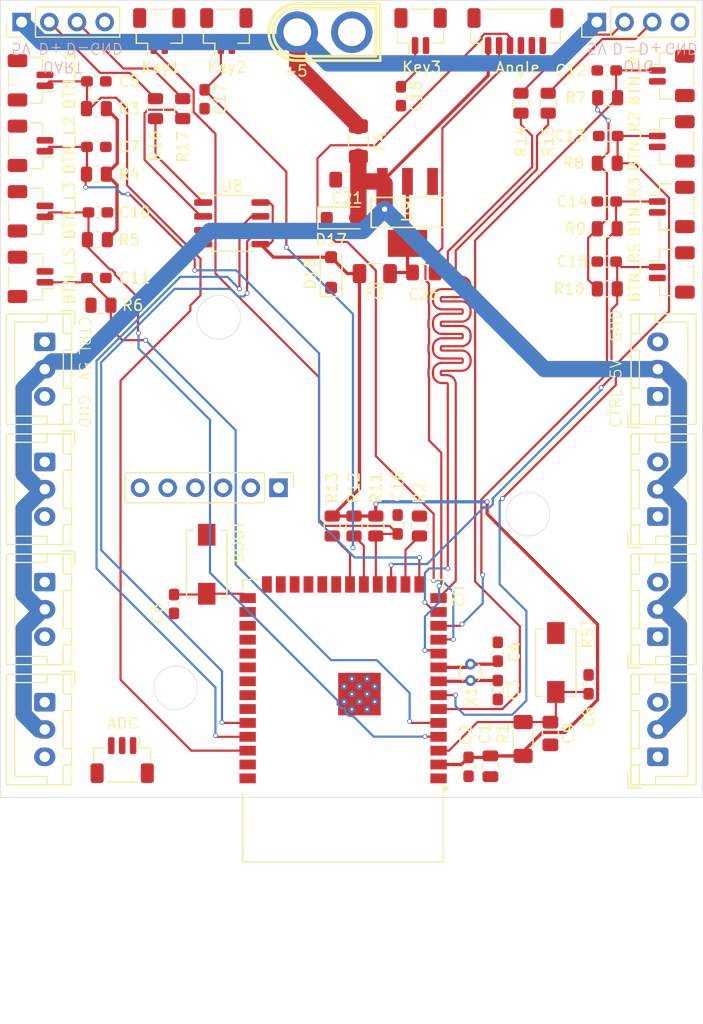
<source format=kicad_pcb>
(kicad_pcb (version 20241229) (generator "pcbnew") (generator_version "9.0")
  (layers (0 "F.Cu" signal) (2 "B.Cu" signal) (13 "F.Paste" user) (15 "B.Paste" user) (5 "F.SilkS" user "F.Silkscreen") (7 "B.SilkS" user "B.Silkscreen") (1 "F.Mask" user) (3 "B.Mask" user) (25 "Edge.Cuts" user))
  (net 0 "")
  (net 1 "GND")
  (net 2 "+3V3")
  (net 3 "Net-(U2-IO15)")
  (net 4 "Net-(U2-IO16)")
  (net 5 "/BTN_L1")
  (net 6 "/Boot")
  (net 7 "/BTN_L2")
  (net 8 "Net-(R1--)")
  (net 9 "/BTN_L3")
  (net 10 "/BTN_Lside")
  (net 11 "/BTN_R1")
  (net 12 "/BTN_R2")
  (net 13 "/BTN_R3")
  (net 14 "/BTN_Rside")
  (net 15 "/Key_1")
  (net 16 "/Key_2")
  (net 17 "/Key_3")
  (net 18 "+5V")
  (net 19 "Net-(U9-TAB)")
  (net 20 "/+5V_Source")
  (net 21 "/RGB_CTRL_1")
  (net 22 "/RGB_CTRL_2")
  (net 23 "/RGB_CTRL_3")
  (net 24 "/RGB_CTRL_4")
  (net 25 "/RGB_CTRL_5")
  (net 26 "/RGB_CTRL_6")
  (net 27 "/RGB_CTRL_7")
  (net 28 "/RGB_CTRL_8")
  (net 29 "Net-(J20-Pin_2)")
  (net 30 "Net-(J20-Pin_3)")
  (net 31 "Net-(J21-Pin_3)")
  (net 32 "Net-(J21-Pin_2)")
  (net 34 "/UART1_TX")
  (net 36 "/UART1_RX")
  (net 37 "/ADC")
  (net 38 "/IO13")
  (net 39 "/IO21")
  (net 40 "/IO37")
  (net 41 "/IO36")
  (net 42 "/IO14")
  (net 43 "/IO35")
  (net 44 "Net-(R2-+)")
  (net 45 "/USB_D-")
  (net 46 "/USB_D+")
  (net 47 "/D+")
  (net 48 "/D-")
  (net 49 "/UART_TX")
  (net 50 "/UART_RX")
  (footprint "Connector_JST:JST_SH_BM02B-SRSS-TB_1x02-1MP_P1.00mm_Vertical" (layer "F.Cu") (at 110.55 75.9 90)
    (property "Reference" "BTN_L1")
    (property "Value" "Conn_01x02" (hide yes))
  )
  (footprint "Capacitor_SMD:C_0603_1608Metric_Pad1.08x0.95mm_HandSolder" (layer "F.Cu") (at 144.2 116.5775 90)
    (property "Reference" "C16")
    (property "Value" "0.1uF" (hide yes))
  )
  (footprint "Connector_JST:JST_XH_B3B-XH-A_1x03_P2.50mm_Vertical" (layer "F.Cu") (at 111.85 121.85 -90)
    (property "Reference" "J3" (hide yes))
    (property "Value" "Conn_01x03" (hide yes))
  )
  (footprint "Capacitor_SMD:C_0805_2012Metric_Pad1.18x1.45mm_HandSolder" (layer "F.Cu") (at 139.5625 85 180)
    (property "Reference" "C21")
    (property "Value" "10uF" (hide yes))
  )
  (footprint "Resistor_SMD:R_0805_2012Metric" (layer "F.Cu") (at 116.5875 78.5 180)
    (property "Reference" "R3")
    (property "Value" "4.7K" (hide yes))
  )
  (footprint "Resistor_SMD:R_0805_2012Metric" (layer "F.Cu") (at 163.4125 83.5)
    (property "Reference" "R8")
    (property "Value" "4.7K" (hide yes))
  )
  (footprint "Resistor_SMD:R_0805_2012Metric" (layer "F.Cu") (at 122 78.5 90)
    (property "Reference" "R16")
    (property "Value" "33Ω" (hide yes))
  )
  (footprint "Capacitor_SMD:C_0603_1608Metric_Pad1.08x0.95mm_HandSolder" (layer "F.Cu") (at 116.5875 76)
    (property "Reference" "C5")
    (property "Value" "0.1uF" (hide yes))
  )
  (footprint "Resistor_SMD:R_0805_2012Metric" (layer "F.Cu") (at 158 78 90)
    (property "Reference" "R15")
    (property "Value" "33Ω" (hide yes))
  )
  (footprint "Connector_JST:JST_XH_B3B-XH-A_1x03_P2.50mm_Vertical" (layer "F.Cu") (at 111.85 110.85 -90)
    (property "Reference" "J2" (hide yes))
    (property "Value" "Conn_01x03" (hide yes))
  )
  (footprint "Capacitor_SMD:C_0805_2012Metric_Pad1.18x1.45mm_HandSolder" (layer "F.Cu") (at 158.2 135.715 -90)
    (property "Reference" "C9")
    (property "Value" "1uF" (hide yes))
  )
  (footprint "Crystal:Crystal_DS10_D1.0mm_L4.3mm_Vertical" (layer "F.Cu") (at 150.88 130.865 90)
    (property "Reference" "X1")
    (property "Value" "32.768KHz" (hide yes))
  )
  (footprint "Capacitor_SMD:C_0805_2012Metric" (layer "F.Cu") (at 152.7 138.715 -90)
    (property "Reference" "C1")
    (property "Value" "22uF" (hide yes))
  )
  (footprint "Connector_PinHeader_2.54mm:PinHeader_1x06_P2.54mm_Vertical" (layer "F.Cu") (at 133.28 113.215 -90)
    (property "Reference" "J24" (hide yes))
    (property "Value" "Conn_01x06_Pin" (hide yes))
  )
  (footprint "Connector_JST:JST_XH_B3B-XH-A_1x03_P2.50mm_Vertical" (layer "F.Cu") (at 168.05 137.85 90)
    (property "Reference" "J8" (hide yes))
    (property "Value" "Conn_01x03" (hide yes))
  )
  (footprint "Capacitor_SMD:C_0603_1608Metric_Pad1.08x0.95mm_HandSolder" (layer "F.Cu") (at 144.5 77.3625 -90)
    (property "Reference" "C18")
    (property "Value" "0.1uF" (hide yes))
  )
  (footprint "Capacitor_SMD:C_0603_1608Metric_Pad1.08x0.95mm_HandSolder" (layer "F.Cu") (at 163.5 81 180)
    (property "Reference" "C13")
    (property "Value" "0.1uF" (hide yes))
  )
  (footprint "Resistor_SMD:R_0805_2012Metric" (layer "F.Cu") (at 142.2 116.715 -90)
    (property "Reference" "R11")
    (property "Value" "4.7K" (hide yes))
  )
  (footprint "Connector_JST:JST_SH_BM06B-SRSS-TB_1x06-1MP_P1.00mm_Vertical" (layer "F.Cu") (at 155 71.398)
    (property "Reference" "Angle")
    (property "Value" "Conn_01x06" (hide yes))
  )
  (footprint "Diode_SMD:D_SOD-123F" (layer "F.Cu") (at 138.1 93.5 90)
    (property "Reference" "D18")
    (property "Value" "SMF3.3CA" (hide yes))
  )
  (footprint "Connector_PinHeader_2.54mm:PinHeader_1x04_P2.54mm_Vertical" (layer "F.Cu") (at 109.73 70.568 90)
    (property "Reference" "J21" (hide yes))
    (property "Value" "Conn_01x04" (hide yes))
  )
  (footprint "Resistor_SMD:R_0805_2012Metric" (layer "F.Cu") (at 116.5875 84.5 180)
    (property "Reference" "R4")
    (property "Value" "4.7K" (hide yes))
  )
  (footprint "Connector_JST:JST_XH_B3B-XH-A_1x03_P2.50mm_Vertical" (layer "F.Cu") (at 168.05 104.85 90)
    (property "Reference" "J5" (hide yes))
    (property "Value" "Conn_01x03" (hide yes))
  )
  (footprint "Capacitor_SMD:C_0805_2012Metric_Pad1.18x1.45mm_HandSolder" (layer "F.Cu") (at 146.6 93.5)
    (property "Reference" "C26")
    (property "Value" "10uF" (hide yes))
  )
  (footprint "Resistor_SMD:R_0805_2012Metric" (layer "F.Cu") (at 140.2 116.715 -90)
    (property "Reference" "R12")
    (property "Value" "4.7K" (hide yes))
  )
  (footprint "Button_Switch_SMD:SW_SPST_EVQPE1" (layer "F.Cu") (at 126.7 120.215 -90)
    (property "Reference" "BOOT")
    (property "Value" "SW_DIP_x01" (hide yes))
  )
  (footprint "Connector_JST:JST_SH_BM02B-SRSS-TB_1x02-1MP_P1.00mm_Vertical" (layer "F.Cu") (at 110.55 87.9 90)
    (property "Reference" "BTN_L3")
    (property "Value" "Conn_01x02" (hide yes))
  )
  (footprint "Capacitor_SMD:C_0603_1608Metric_Pad1.08x0.95mm_HandSolder" (layer "F.Cu") (at 163.3625 75 180)
    (property "Reference" "C12")
    (property "Value" "0.1uF" (hide yes))
  )
  (footprint "Capacitor_SMD:C_0603_1608Metric_Pad1.08x0.95mm_HandSolder" (layer "F.Cu") (at 116.5875 94)
    (property "Reference" "C11")
    (property "Value" "0.1uF" (hide yes))
  )
  (footprint "Connector_JST:JST_SH_BM02B-SRSS-TB_1x02-1MP_P1.00mm_Vertical" (layer "F.Cu") (at 169.325 87.5 -90)
    (property "Reference" "BTN_R3")
    (property "Value" "Conn_01x02" (hide yes))
  )
  (footprint "Connector_JST:JST_SH_BM02B-SRSS-TB_1x02-1MP_P1.00mm_Vertical" (layer "F.Cu") (at 169.325 81.5 -90)
    (property "Reference" "BTN_R2")
    (property "Value" "Conn_01x02" (hide yes))
  )
  (footprint "Connector_JST:JST_SH_BM03B-SRSS-TB_1x03-1MP_P1.00mm_Vertical" (layer "F.Cu") (at 118.95 138.15 180)
    (property "Reference" "ADC")
    (property "Value" "Conn_01x03" (hide yes))
  )
  (footprint "Capacitor_SMD:C_0603_1608Metric_Pad1.08x0.95mm_HandSolder" (layer "F.Cu") (at 153.38 131.7275 -90)
    (property "Reference" "C3")
    (property "Value" "12pF" (hide yes))
  )
  (footprint "Diode_SMD:D_SOD-123F" (layer "F.Cu") (at 139.1 88.5)
    (property "Reference" "D17")
    (property "Value" "SMF5.0CA" (hide yes))
  )
  (footprint "Capacitor_SMD:C_0603_1608Metric_Pad1.08x0.95mm_HandSolder" (layer "F.Cu") (at 126.5 77.6375 -90)
    (property "Reference" "C17")
    (property "Value" "0.1uF" (hide yes))
  )
  (footprint "Capacitor_SMD:C_0603_1608Metric_Pad1.08x0.95mm_HandSolder" (layer "F.Cu") (at 116.725 88)
    (property "Reference" "C10")
    (property "Value" "0.1uF" (hide yes))
  )
  (footprint "Resistor_SMD:R_0805_2012Metric" (layer "F.Cu") (at 163.4125 89.5)
    (property "Reference" "R9")
    (property "Value" "4.7K" (hide yes))
  )
  (footprint "Resistor_SMD:R_0805_2012Metric" (layer "F.Cu") (at 155.5 78 90)
    (property "Reference" "R14")
    (property "Value" "33Ω" (hide yes))
  )
  (footprint "Capacitor_SMD:C_0603_1608Metric_Pad1.08x0.95mm_HandSolder" (layer "F.Cu") (at 163.3625 87 180)
    (property "Reference" "C14")
    (property "Value" "0.1uF" (hide yes))
  )
  (footprint "Connector_PinHeader_2.54mm:PinHeader_1x04_P2.54mm_Vertical" (layer "F.Cu") (at 162.46 70.568 90)
    (property "Reference" "J20" (hide yes))
    (property "Value" "Conn_01x04" (hide yes))
  )
  (footprint "Resistor_SMD:R_0805_2012Metric" (layer "F.Cu") (at 138.2 116.715 -90)
    (property "Reference" "R13")
    (property "Value" "4.7K" (hide yes))
  )
  (footprint "motor_my:SOT-223-4_L6.5-W3.5-P2.30-LS7.0-BR" (layer "F.Cu") (at 145.1 88 90)
    (property "Reference" "U9")
    (property "Value" "AMS1117-3.3" (hide yes))
  )
  (footprint "Resistor_SMD:R_0805_2012Metric" (layer "F.Cu") (at 116.675 90.5 180)
    (property "Reference" "R5")
    (property "Value" "4.7K" (hide yes))
  )
  (footprint "Connector_JST:JST_SH_BM02B-SRSS-TB_1x02-1MP_P1.00mm_Vertical" (layer "F.Cu") (at 110.55 81.9 90)
    (property "Reference" "BTN_L2")
    (property "Value" "Conn_01x02" (hide yes))
  )
  (footprint "Capacitor_SMD:C_0603_1608Metric_Pad1.08x0.95mm_HandSolder" (layer "F.Cu") (at 163.3625 92.5 180)
    (property "Reference" "C15")
    (property "Value" "0.1uF" (hide yes))
  )
  (footprint "Resistor_SMD:R_0805_2012Metric" (layer "F.Cu") (at 146.2 116.715 90)
    (property "Reference" "R2")
    (property "Value" "4.7K" (hide yes))
  )
  (footprint "Capacitor_SMD:C_0603_1608Metric_Pad1.08x0.95mm_HandSolder" (layer "F.Cu") (at 153.38 128.2275 90)
    (property "Reference" "C4")
    (property "Value" "12pF" (hide yes))
  )
  (footprint "Fuse:Fuse_1206_3216Metric" (layer "F.Cu") (at 140.6 81.5 90)
    (property "Reference" "F4")
    (property "Value" "Fuse" (hide yes))
  )
  (footprint "Resistor_SMD:R_0805_2012Metric" (layer "F.Cu") (at 117 96.5)
    (property "Reference" "R6")
    (property "Value" "4.7K" (hide yes))
  )
  (footprint "Connector_JST:JST_SH_BM02B-SRSS-TB_1x02-1MP_P1.00mm_Vertical" (layer "F.Cu") (at 146.3 71.398)
    (property "Reference" "Key3")
    (property "Value" "Conn_01x02" (hide yes))
  )
  (footprint "Resistor_SMD:R_0805_2012Metric" (layer "F.Cu") (at 163.45 77.5)
    (property "Reference" "R7")
    (property "Value" "4.7K" (hide yes))
  )
  (footprint "Connector_JST:JST_SH_BM02B-SRSS-TB_1x02-1MP_P1.00mm_Vertical" (layer "F.Cu") (at 169.325 75.5 -90)
    (property "Reference" "BTN_R1")
    (property "Value" "Conn_01x02" (hide yes))
  )
  (footprint "Capacitor_SMD:C_0603_1608Metric_Pad1.08x0.95mm_HandSolder" (layer "F.Cu") (at 123.7 123.8525 -90)
    (property "Reference" "C6")
    (property "Value" "0.1uF" (hide yes))
  )
  (footprint "Capacitor_SMD:C_0603_1608Metric_Pad1.08x0.95mm_HandSolder" (layer "F.Cu") (at 116.5875 82)
    (property "Reference" "C7")
    (property "Value" "0.1uF" (hide yes))
  )
  (footprint "Fuse:Fuse_1206_3216Metric" (layer "F.Cu") (at 142.1 93.6 180)
    (property "Reference" "F3")
    (property "Value" "Fuse" (hide yes))
  )
  (footprint "Connector_JST:JST_XH_B3B-XH-A_1x03_P2.50mm_Vertical" (layer "F.Cu") (at 168.05 126.85 90)
    (property "Reference" "J7" (hide yes))
    (property "Value" "Conn_01x03" (hide yes))
  )
  (footprint "Connector_JST:JST_SH_BM02B-SRSS-TB_1x02-1MP_P1.00mm_Vertical" (layer "F.Cu") (at 169.325 93.5 -90)
    (property "Reference" "BTN_RS")
    (property "Value" "Conn_01x02" (hide yes))
  )
  (footprint "Connector_JST:JST_XH_B3B-XH-A_1x03_P2.50mm_Vertical" (layer "F.Cu") (at 111.85 132.85 -90)
    (property "Reference" "J4" (hide yes))
    (property "Value" "Conn_01x03" (hide yes))
  )
  (footprint "Connector_JST:JST_XH_B3B-XH-A_1x03_P2.50mm_Vertical" (layer "F.Cu") (at 111.85 99.85 -90)
    (property "Reference" "J1" (hide yes))
    (property "Value" "Conn_01x03" (hide yes))
  )
  (footprint "Connector_JST:JST_SH_BM02B-SRSS-TB_1x02-1MP_P1.00mm_Vertical" (layer "F.Cu") (at 122.35 71.398)
    (property "Reference" "Key1")
    (property "Value" "Conn_01x02" (hide yes))
  )
  (footprint "RF_Module:ESP32-S3-WROOM-1" (layer "F.Cu") (at 139.2 134.565 180)
    (property "Reference" "U2")
    (property "Value" "ESP32-S3-WROOM-1" (hide yes))
  )
  (footprint "Resistor_SMD:R_0805_2012Metric" (layer "F.Cu") (at 163.4125 95)
    (property "Reference" "R10")
    (property "Value" "4.7K" (hide yes))
  )
  (footprint "Capacitor_SMD:C_0603_1608Metric_Pad1.08x0.95mm_HandSolder" (layer "F.Cu") (at 150.7 138.765 -90)
    (property "Reference" "C2")
    (property "Value" "0.1uF" (hide yes))
  )
  (footprint "Resistor_SMD:R_0805_2012Metric" (layer "F.Cu") (at 124.5 78.5 90)
    (property "Reference" "R17")
    (property "Value" "33Ω" (hide yes))
  )
  (footprint "Button_Switch_SMD:SW_SPST_EVQPE1" (layer "F.Cu") (at 158.7 129.215 -90)
    (property "Reference" "RST")
    (property "Value" "SW_DIP_x01" (hide yes))
  )
  (footprint "Package_SO:SOP-8_3.9x4.9mm_P1.27mm" (layer "F.Cu") (at 129 89)
    (property "Reference" "U8")
    (property "Value" "CH340N")
  )
  (footprint "XT:CONN-TH_XT30U-M" (layer "F.Cu") (at 137.5 71.5 180)
    (property "Reference" "+5")
    (property "Value" "XT30U-F" (hide yes))
  )
  (footprint "Resistor_SMD:R_1206_3216Metric_Pad1.30x1.75mm_HandSolder" (layer "F.Cu") (at 155.7 136.215 90)
    (property "Reference" "R1")
    (property "Value" "10K" (hide yes))
  )
  (footprint "Connector_JST:JST_SH_BM02B-SRSS-TB_1x02-1MP_P1.00mm_Vertical" (layer "F.Cu") (at 128.5 71.398)
    (property "Reference" "Key2")
    (property "Value" "Conn_01x02" (hide yes))
  )
  (footprint "Connector_JST:JST_XH_B3B-XH-A_1x03_P2.50mm_Vertical" (layer "F.Cu") (at 168.05 115.85 90)
    (property "Reference" "J6" (hide yes))
    (property "Value" "Conn_01x03" (hide yes))
  )
  (footprint "Connector_JST:JST_SH_BM02B-SRSS-TB_1x02-1MP_P1.00mm_Vertical" (layer "F.Cu") (at 110.55 93.9 90)
    (property "Reference" "BTN_LS")
    (property "Value" "Conn_01x02" (hide yes))
  )
  (footprint "Capacitor_SMD:C_0603_1608Metric_Pad1.08x0.95mm_HandSolder" (layer "F.Cu") (at 161.7 131.215 90)
    (property "Reference" "C8")
    (property "Value" "0.1uF" (hide yes))
  )
  (gr_circle (center 127.8 97.6) (end 125.8 97.6) (stroke (width 0.05)) (fill no) (layer "Edge.Cuts"))
  (gr_circle (center 156.15 115.625) (end 156.15 113.625) (stroke (width 0.05)) (fill no) (layer "Edge.Cuts"))
  (gr_rect (start 107.8 68.575) (end 172.15 141.575) (stroke (width 0.05)) (fill no) (layer "Edge.Cuts"))
  (gr_circle (center 123.85 131.525) (end 123.85 129.525) (stroke (width 0.05)) (fill no) (layer "Edge.Cuts"))
  (gr_text "CTRL" (at 164.8 107.8 90) (layer "F.SilkS") (effects (font (size 1 1) (thickness 0.1)) (justify left bottom)))
  (gr_text "5V" (at 114.9 101.6 270) (layer "F.SilkS") (effects (font (size 1 1) (thickness 0.1)) (justify left bottom)))
  (gr_text "GND" (at 114.9 104.6 270) (layer "F.SilkS") (effects (font (size 1 1) (thickness 0.1)) (justify left bottom)))
  (gr_text "GND" (at 164.8 100 90) (layer "F.SilkS") (effects (font (size 1 1) (thickness 0.1)) (justify left bottom)))
  (gr_text "CTRL" (at 114.9 97.4 270) (layer "F.SilkS") (effects (font (size 1 1) (thickness 0.1)) (justify left bottom)))
  (gr_text "5V" (at 164.8 103.3 90) (layer "F.SilkS") (effects (font (size 1 1) (thickness 0.1)) (justify left bottom)))
  (gr_text "D+" (at 166.2 72.4 180) (layer "B.SilkS") (effects (font (size 1 1) (thickness 0.1)) (justify left bottom mirror)))
  (gr_text "D-" (at 113.7 72.4 180) (layer "B.SilkS") (effects (font (size 1 1) (thickness 0.1)) (justify left bottom mirror)))
  (gr_text "5V" (at 108.7 72.4 180) (layer "B.SilkS") (effects (font (size 1 1) (thickness 0.1)) (justify left bottom mirror)))
  (gr_text "D-" (at 163.8 72.4 180) (layer "B.SilkS") (effects (font (size 1 1) (thickness 0.1)) (justify left bottom mirror)))
  (gr_text "GND" (at 168.6 72.4 180) (layer "B.SilkS") (effects (font (size 1 1) (thickness 0.1)) (justify left bottom mirror)))
  (gr_text "GND" (at 115.9 72.4 180) (layer "B.SilkS") (effects (font (size 1 1) (thickness 0.1)) (justify left bottom mirror)))
  (gr_text "OTG" (at 164.8 74 180) (layer "B.SilkS") (effects (font (size 1 1) (thickness 0.1)) (justify left bottom mirror)))
  (gr_text "UART" (at 111.6 74.1 180) (layer "B.SilkS") (effects (font (size 1 1) (thickness 0.1)) (justify left bottom mirror)))
  (gr_text "5V" (at 161.5 72.4 180) (layer "B.SilkS") (effects (font (size 1 1) (thickness 0.1)) (justify left bottom mirror)))
  (gr_text "D+" (at 111.2 72.4 180) (layer "B.SilkS") (effects (font (size 1 1) (thickness 0.1)) (justify left bottom mirror)))
  (segment (start 132.449999 87.095) (end 132.751 87.396001) (width 0.2) (layer "F.Cu") (net 2))
  (segment (start 162.526 132.627846) (end 162.526 125.726) (width 0.3) (layer "F.Cu") (net 2))
  (segment (start 162.5 83.5) (end 163.3865 84.3865) (width 0.2) (layer "F.Cu") (net 2))
  (segment (start 118.476 89.6115) (end 117.5875 90.5) (width 0.3) (layer "F.Cu") (net 2))
  (segment (start 162.4375 78.5375) (end 162.4375 77.6) (width 0.2) (layer "F.Cu") (net 2))
  (segment (start 161.6615 94.1615) (end 162.5 95) (width 0.2) (layer "F.Cu") (net 2))
  (segment (start 155.076 118.276) (end 155.051919 118.276) (width 0.3) (layer "F.Cu") (net 2))
  (segment (start 153.499 116.723081) (end 153.499 116.699) (width 0.3) (layer "F.Cu") (net 2))
  (segment (start 155.32013 137.765) (end 157.46913 135.616) (width 0.3) (layer "F.Cu") (net 2))
  (segment (start 140.7 93.6) (end 139.6 93.6) (width 0.3) (layer "F.Cu") (net 2))
  (segment (start 152.4 115.6) (end 152.4 114.5) (width 0.3) (layer "F.Cu") (net 2))
  (segment (start 163.3865 84.3865) (end 163.3865 88.6135) (width 0.2) (layer "F.Cu") (net 2))
  (segment (start 142.2 114.7) (end 142.2 115.8025) (width 0.3) (layer "F.Cu") (net 2))
  (segment (start 138.1 92.1) (end 132.82 92.1) (width 0.3) (layer "F.Cu") (net 2))
  (segment (start 157.46913 135.616) (end 159.537846 135.616) (width 0.3) (layer "F.Cu") (net 2))
  (segment (start 150.0475 138.555) (end 147.95 138.555) (width 0.3) (layer "F.Cu") (net 2))
  (segment (start 118.476 85.476) (end 118.476 89.6115) (width 0.3) (layer "F.Cu") (net 2))
  (segment (start 152.7 137.765) (end 155.7 137.765) (width 0.3) (layer "F.Cu") (net 2))
  (segment (start 162.5 83.5) (end 163.524 82.476) (width 0.2) (layer "F.Cu") (net 2))
  (segment (start 153.499 116.699) (end 152.4 115.6) (width 0.3) (layer "F.Cu") (net 2))
  (segment (start 159.537846 135.616) (end 162.526 132.627846) (width 0.3) (layer "F.Cu") (net 2))
  (segment (start 138.2 115.8025) (end 140.7 113.3025) (width 0.3) (layer "F.Cu") (net 2))
  (segment (start 117.5 84.5) (end 118.476 85.476) (width 0.3) (layer "F.Cu") (net 2))
  (segment (start 142.2 115.8025) (end 140.2 115.8025) (width 0.3) (layer "F.Cu") (net 2))
  (segment (start 150.7 137.9025) (end 150.0475 138.555) (width 0.3) (layer "F.Cu") (net 2))
  (segment (start 132.449999 90.905) (end 131.625 90.905) (width 0.2) (layer "F.Cu") (net 2))
  (segment (start 161.6615 90.3385) (end 161.6615 94.1615) (width 0.2) (layer "F.Cu") (net 2))
  (segment (start 155.051919 118.276) (end 153.499 116.723081) (width 0.3) (layer "F.Cu") (net 2))
  (segment (start 132.751 87.396001) (end 132.751 90.603999) (width 0.2) (layer "F.Cu") (net 2))
  (segment (start 163.524 82.476) (end 163.524 79.624) (width 0.2) (layer "F.Cu") (net 2))
  (segment (start 163.524 79.624) (end 163.5 79.6) (width 0.2) (layer "F.Cu") (net 2))
  (segment (start 140.2 115.8025) (end 138.2 115.8025) (width 0.3) (layer "F.Cu") (net 2))
  (segment (start 152.5625 137.9025) (end 152.7 137.765) (width 0.3) (layer "F.Cu") (net 2))
  (segment (start 162.510018 78.610018) (end 162.4375 78.5375) (width 0.2) (layer "F.Cu") (net 2))
  (segment (start 162.4375 77.6) (end 162.5375 77.5) (width 0.2) (layer "F.Cu") (net 2))
  (segment (start 140.7 113.3025) (end 140.7 93.6) (width 0.3) (layer "F.Cu") (net 2))
  (segment (start 150.7 137.9025) (end 152.5625 137.9025) (width 0.3) (layer "F.Cu") (net 2))
  (segment (start 139.6 93.6) (end 138.1 92.1) (width 0.3) (layer "F.Cu") (net 2))
  (segment (start 132.82 92.1) (end 131.625 90.905) (width 0.3) (layer "F.Cu") (net 2))
  (segment (start 131.625 87.095) (end 132.449999 87.095) (width 0.2) (layer "F.Cu") (net 2))
  (segment (start 152.7 137.765) (end 155.32013 137.765) (width 0.3) (layer "F.Cu") (net 2))
  (segment (start 118.5 83.5) (end 117.5 84.5) (width 0.3) (layer "F.Cu") (net 2))
  (segment (start 132.751 90.603999) (end 132.449999 90.905) (width 0.2) (layer "F.Cu") (net 2))
  (segment (start 117.5 78.5) (end 118.5 79.5) (width 0.3) (layer "F.Cu") (net 2))
  (segment (start 118.5 79.5) (end 118.5 83.5) (width 0.3) (layer "F.Cu") (net 2))
  (segment (start 162.5 89.5) (end 161.6615 90.3385) (width 0.2) (layer "F.Cu") (net 2))
  (segment (start 162.526 125.726) (end 155.076 118.276) (width 0.3) (layer "F.Cu") (net 2))
  (segment (start 163.3865 88.6135) (end 162.5 89.5) (width 0.2) (layer "F.Cu") (net 2))
  (via (at 163.5 79.6) (size 0.45) (drill 0.3) (layers "F.Cu" "B.Cu") (net 2))
  (via (at 162.510018 78.610018) (size 0.45) (drill 0.3) (layers "F.Cu" "B.Cu") (net 2))
  (via (at 142.2 114.7) (size 0.45) (drill 0.3) (layers "F.Cu" "B.Cu") (net 2))
  (via (at 152.4 114.5) (size 0.45) (drill 0.3) (layers "F.Cu" "B.Cu") (net 2))
  (segment (start 142.4 114.5) (end 142.2 114.7) (width 0.3) (layer "B.Cu") (net 2))
  (segment (start 162.510018 78.610018) (end 163.5 79.6) (width 0.2) (layer "B.Cu") (net 2))
  (segment (start 152.4 114.5) (end 142.4 114.5) (width 0.3) (layer "B.Cu") (net 2))
  (segment (start 150.88 130.865) (end 153.38 130.865) (width 0.3) (layer "F.Cu") (net 3))
  (segment (start 150.81 130.935) (end 150.88 130.865) (width 0.3) (layer "F.Cu") (net 3))
  (segment (start 147.95 130.935) (end 150.81 130.935) (width 0.3) (layer "F.Cu") (net 3))
  (segment (start 153.105 129.365) (end 153.38 129.09) (width 0.3) (layer "F.Cu") (net 4))
  (segment (start 150.88 129.365) (end 153.105 129.365) (width 0.3) (layer "F.Cu") (net 4))
  (segment (start 147.95 129.665) (end 150.58 129.665) (width 0.3) (layer "F.Cu") (net 4))
  (segment (start 150.58 129.665) (end 150.88 129.365) (width 0.3) (layer "F.Cu") (net 4))
  (segment (start 119.4 78.5) (end 119.4 85.52163) (width 0.2) (layer "F.Cu") (net 5))
  (segment (start 118.399 77.499) (end 119.4 78.5) (width 0.2) (layer "F.Cu") (net 5))
  (segment (start 115.725 76) (end 115.725 78.45) (width 0.2) (layer "F.Cu") (net 5))
  (segment (start 117.00234 77.499) (end 118.399 77.499) (width 0.2) (layer "F.Cu") (net 5))
  (segment (start 112.275 76) (end 111.875 76.4) (width 0.2) (layer "F.Cu") (net 5))
  (segment (start 126.126 95.59563) (end 125.199 96.52263) (width 0.2) (layer "F.Cu") (net 5))
  (segment (start 115.675 78.5) (end 116.00134 78.5) (width 0.2) (layer "F.Cu") (net 5))
  (segment (start 126.126 92.24763) (end 126.126 95.59563) (width 0.2) (layer "F.Cu") (net 5))
  (segment (start 115.725 78.45) (end 115.675 78.5) (width 0.2) (layer "F.Cu") (net 5))
  (segment (start 118.8 130.8) (end 125.285 137.285) (width 0.2) (layer "F.Cu") (net 5))
  (segment (start 125.285 137.285) (end 130.45 137.285) (width 0.2) (layer "F.Cu") (net 5))
  (segment (start 119.4 85.52163) (end 126.126 92.24763) (width 0.2) (layer "F.Cu") (net 5))
  (segment (start 118.8 103.4) (end 118.8 130.8) (width 0.2) (layer "F.Cu") (net 5))
  (segment (start 115.725 76) (end 112.275 76) (width 0.2) (layer "F.Cu") (net 5))
  (segment (start 116.00134 78.5) (end 117.00234 77.499) (width 0.2) (layer "F.Cu") (net 5))
  (segment (start 125.199 96.52263) (end 125.199 97.001) (width 0.2) (layer "F.Cu") (net 5))
  (segment (start 125.199 97.001) (end 118.8 103.4) (width 0.2) (layer "F.Cu") (net 5))
  (segment (start 130.05 122.915) (end 130.45 123.315) (width 0.2) (layer "F.Cu") (net 6))
  (segment (start 126.625 122.99) (end 126.7 122.915) (width 0.2) (layer "F.Cu") (net 6))
  (segment (start 126.7 122.915) (end 130.05 122.915) (width 0.2) (layer "F.Cu") (net 6))
  (segment (start 123.7 122.99) (end 126.625 122.99) (width 0.2) (layer "F.Cu") (net 6))
  (segment (start 146.185 122.065) (end 146.185 119.615) (width 0.2) (layer "F.Cu") (net 7))
  (segment (start 115.6 85.7) (end 115.6 84.575) (width 0.2) (layer "F.Cu") (net 7))
  (segment (start 115.6 84.575) (end 115.675 84.5) (width 0.2) (layer "F.Cu") (net 7))
  (segment (start 115.675 84.425) (end 115.725 84.375) (width 0.2) (layer "F.Cu") (net 7))
  (segment (start 112.275 82) (end 111.875 82.4) (width 0.2) (layer "F.Cu") (net 7))
  (segment (start 115.725 84.375) (end 115.725 82) (width 0.2) (layer "F.Cu") (net 7))
  (segment (start 115.725 82) (end 112.275 82) (width 0.2) (layer "F.Cu") (net 7))
  (segment (start 115.675 84.5) (end 115.675 84.425) (width 0.2) (layer "F.Cu") (net 7))
  (segment (start 125.6 92.3) (end 125.6 93.3) (width 0.2) (layer "F.Cu") (net 7))
  (segment (start 146.185 119.615) (end 146.2 119.6) (width 0.2) (layer "F.Cu") (net 7))
  (segment (start 119.632047 86.332047) (end 125.6 92.3) (width 0.2) (layer "F.Cu") (net 7))
  (segment (start 119.467953 86.332047) (end 119.632047 86.332047) (width 0.2) (layer "F.Cu") (net 7))
  (via (at 115.6 85.7) (size 0.45) (drill 0.3) (layers "F.Cu" "B.Cu") (net 7))
  (via (at 125.6 93.3) (size 0.45) (drill 0.3) (layers "F.Cu" "B.Cu") (net 7))
  (via (at 119.467953 86.332047) (size 0.45) (drill 0.3) (layers "F.Cu" "B.Cu") (net 7))
  (via (at 146.2 119.6) (size 0.45) (drill 0.3) (layers "F.Cu" "B.Cu") (net 7))
  (segment (start 146.2 119.6) (end 140.256123 119.6) (width 0.2) (layer "B.Cu") (net 7))
  (segment (start 129.4 93.3) (end 125.6 93.3) (width 0.2) (layer "B.Cu") (net 7))
  (segment (start 119.467953 86.332047) (end 118.932047 86.332047) (width 0.2) (layer "B.Cu") (net 7))
  (segment (start 140.256123 119.6) (end 137 116.343877) (width 0.2) (layer "B.Cu") (net 7))
  (segment (start 118.3 85.7) (end 115.6 85.7) (width 0.2) (layer "B.Cu") (net 7))
  (segment (start 137 116.343877) (end 137 100.9) (width 0.2) (layer "B.Cu") (net 7))
  (segment (start 118.932047 86.332047) (end 118.3 85.7) (width 0.2) (layer "B.Cu") (net 7))
  (segment (start 137 100.9) (end 129.4 93.3) (width 0.2) (layer "B.Cu") (net 7))
  (segment (start 157.9225 134.6775) (end 157.91 134.665) (width 0.2) (layer "F.Cu") (net 8))
  (segment (start 158.7 131.915) (end 158.7 134.1775) (width 0.2) (layer "F.Cu") (net 8))
  (segment (start 158.7 134.1775) (end 158.2 134.6775) (width 0.2) (layer "F.Cu") (net 8))
  (segment (start 148.9 137.285) (end 147.95 137.285) (width 0.2) (layer "F.Cu") (net 8))
  (segment (start 161.5375 131.915) (end 161.7 132.0775) (width 0.2) (layer "F.Cu") (net 8))
  (segment (start 158.2 134.6775) (end 157.9225 134.6775) (width 0.2) (layer "F.Cu") (net 8))
  (segment (start 155.7 134.665) (end 151.52 134.665) (width 0.2) (layer "F.Cu") (net 8))
  (segment (start 151.52 134.665) (end 148.9 137.285) (width 0.2) (layer "F.Cu") (net 8))
  (segment (start 157.91 134.665) (end 155.7 134.665) (width 0.2) (layer "F.Cu") (net 8))
  (segment (start 158.7 131.915) (end 161.5375 131.915) (width 0.2) (layer "F.Cu") (net 8))
  (segment (start 117.824 93.224) (end 115.7625 91.1625) (width 0.2) (layer "F.Cu") (net 9))
  (segment (start 115.8625 90.4) (end 115.7625 90.5) (width 0.2) (layer "F.Cu") (net 9))
  (segment (start 117.979634 93.224) (end 117.824 93.224) (width 0.2) (layer "F.Cu") (net 9))
  (segment (start 146.7 136) (end 147.935 136) (width 0.2) (layer "F.Cu") (net 9))
  (segment (start 112.275 88) (end 111.875 88.4) (width 0.2) (layer "F.Cu") (net 9))
  (segment (start 118.2885 93.532866) (end 117.979634 93.224) (width 0.2) (layer "F.Cu") (net 9))
  (segment (start 115.8625 88) (end 115.8625 90.4) (width 0.2) (layer "F.Cu") (net 9))
  (segment (start 120.447951 99.047951) (end 120.4 99) (width 0.2) (layer "F.Cu") (net 9))
  (segment (start 118.2885 93.6885) (end 118.2885 93.532866) (width 0.2) (layer "F.Cu") (net 9))
  (segment (start 120.4 99) (end 120.4 95.8) (width 0.2) (layer "F.Cu") (net 9))
  (segment (start 115.7625 91.1625) (end 115.7625 90.5) (width 0.2) (layer "F.Cu") (net 9))
  (segment (start 115.8625 88) (end 112.275 88) (width 0.2) (layer "F.Cu") (net 9))
  (segment (start 147.935 136) (end 147.95 136.015) (width 0.2) (layer "F.Cu") (net 9))
  (segment (start 120.4 95.8) (end 118.2885 93.6885) (width 0.2) (layer "F.Cu") (net 9))
  (via (at 120.447951 99.047951) (size 0.45) (drill 0.3) (layers "F.Cu" "B.Cu") (net 9))
  (via (at 146.7 136) (size 0.45) (drill 0.3) (layers "F.Cu" "B.Cu") (net 9))
  (segment (start 127 107) (end 127 121) (width 0.2) (layer "B.Cu") (net 9))
  (segment (start 139.399 133.753943) (end 139.751057 134.106) (width 0.2) (layer "B.Cu") (net 9))
  (segment (start 120.447951 100.447951) (end 127 107) (width 0.2) (layer "B.Cu") (net 9))
  (segment (start 120.447951 99.047951) (end 120.447951 100.447951) (width 0.2) (layer "B.Cu") (net 9))
  (segment (start 138.699 132.699) (end 138.699 133.053943) (width 0.2) (layer "B.Cu") (net 9))
  (segment (start 138.699 133.053943) (end 139.051057 133.406) (width 0.2) (layer "B.Cu") (net 9))
  (segment (start 139.399 133.406) (end 139.399 133.753943) (width 0.2) (layer "B.Cu") (net 9))
  (segment (start 127 121) (end 138.699 132.699) (width 0.2) (layer "B.Cu") (net 9))
  (segment (start 139.051057 133.406) (end 139.399 133.406) (width 0.2) (layer "B.Cu") (net 9))
  (segment (start 140.106 134.106) (end 142 136) (width 0.2) (layer "B.Cu") (net 9))
  (segment (start 142 136) (end 146.7 136) (width 0.2) (layer "B.Cu") (net 9))
  (segment (start 139.751057 134.106) (end 140.106 134.106) (width 0.2) (layer "B.Cu") (net 9))
  (segment (start 115.325 94.4) (end 115.725 94) (width 0.2) (layer "F.Cu") (net 10))
  (segment (start 111.875 94.4) (end 115.325 94.4) (width 0.2) (layer "F.Cu") (net 10))
  (segment (start 117.9125 96.5) (end 117.9125 98.656377) (width 0.2) (layer "F.Cu") (net 10))
  (segment (start 115.725 94) (end 117.9125 96.1875) (width 0.2) (layer "F.Cu") (net 10))
  (segment (start 145.445 134.745) (end 147.95 134.745) (width 0.2) (layer "F.Cu") (net 10))
  (segment (start 145.3 134.6) (end 145.445 134.745) (width 0.2) (layer "F.Cu") (net 10))
  (segment (start 118.956123 99.7) (end 121.1 99.7) (width 0.2) (layer "F.Cu") (net 10))
  (segment (start 117.9125 96.1875) (end 117.9125 96.5) (width 0.2) (layer "F.Cu") (net 10))
  (segment (start 117.9125 98.656377) (end 118.956123 99.7) (width 0.2) (layer "F.Cu") (net 10))
  (via (at 145.3 134.6) (size 0.45) (drill 0.3) (layers "F.Cu" "B.Cu") (net 10))
  (via (at 121.1 99.7) (size 0.45) (drill 0.3) (layers "F.Cu" "B.Cu") (net 10))
  (segment (start 145.3 132) (end 145.3 134.6) (width 0.2) (layer "B.Cu") (net 10))
  (segment (start 129.351 107.951) (end 129.351 120.251) (width 0.2) (layer "B.Cu") (net 10))
  (segment (start 129.351 120.251) (end 138.1 129) (width 0.2) (layer "B.Cu") (net 10))
  (segment (start 121.1 99.7) (end 129.351 107.951) (width 0.2) (layer "B.Cu") (net 10))
  (segment (start 142.3 129) (end 145.3 132) (width 0.2) (layer "B.Cu") (net 10))
  (segment (start 138.1 129) (end 142.3 129) (width 0.2) (layer "B.Cu") (net 10))
  (segment (start 164.3625 77.5) (end 151.3 90.5625) (width 0.2) (layer "F.Cu") (net 11))
  (segment (start 151.3 121.8) (end 155.4 125.9) (width 0.2) (layer "F.Cu") (net 11))
  (segment (start 164.225 75) (end 164.225 77.3625) (width 0.2) (layer "F.Cu") (net 11))
  (segment (start 155.4 131.875634) (end 153.800634 133.475) (width 0.2) (layer "F.Cu") (net 11))
  (segment (start 153.800634 133.475) (end 147.95 133.475) (width 0.2) (layer "F.Cu") (net 11))
  (segment (start 151.3 90.5625) (end 151.3 121.8) (width 0.2) (layer "F.Cu") (net 11))
  (segment (start 164.225 75) (end 168 75) (width 0.2) (layer "F.Cu") (net 11))
  (segment (start 164.225 77.3625) (end 164.3625 77.5) (width 0.2) (layer "F.Cu") (net 11))
  (segment (start 155.4 125.9) (end 155.4 131.875634) (width 0.2) (layer "F.Cu") (net 11))
  (segment (start 164.201 103.799) (end 153.8 114.2) (width 0.2) (layer "F.Cu") (net 12))
  (segment (start 169.076 97.07124) (end 164.201 101.94624) (width 0.2) (layer "F.Cu") (net 12))
  (segment (start 168 81) (end 164.3625 81) (width 0.2) (layer "F.Cu") (net 12))
  (segment (start 149.5 132.2) (end 147.955 132.2) (width 0.2) (layer "F.Cu") (net 12))
  (segment (start 164.325 83.5) (end 165.916968 83.5) (width 0.2) (layer "F.Cu") (net 12))
  (segment (start 169.076 86.659032) (end 169.076 97.07124) (width 0.2) (layer "F.Cu") (net 12))
  (segment (start 164.3625 83.4625) (end 164.325 83.5) (width 0.2) (layer "F.Cu") (net 12))
  (segment (start 164.201 101.94624) (end 164.201 103.799) (width 0.2) (layer "F.Cu") (net 12))
  (segment (start 164.3625 81) (end 164.3625 83.4625) (width 0.2) (layer "F.Cu") (net 12))
  (segment (start 147.955 132.2) (end 147.95 132.205) (width 0.2) (layer "F.Cu") (net 12))
  (segment (start 165.916968 83.5) (end 169.076 86.659032) (width 0.2) (layer "F.Cu") (net 12))
  (via (at 149.5 132.2) (size 0.45) (drill 0.3) (layers "F.Cu" "B.Cu") (net 12))
  (via (at 153.8 114.2) (size 0.45) (drill 0.3) (layers "F.Cu" "B.Cu") (net 12))
  (segment (start 154.7 134) (end 150.3 134) (width 0.2) (layer "B.Cu") (net 12))
  (segment (start 156 124.5) (end 156 132.7) (width 0.2) (layer "B.Cu") (net 12))
  (segment (start 150.3 134) (end 149.5 133.2) (width 0.2) (layer "B.Cu") (net 12))
  (segment (start 153.549 114.451) (end 153.549 122.049) (width 0.2) (layer "B.Cu") (net 12))
  (segment (start 149.5 133.2) (end 149.5 132.2) (width 0.2) (layer "B.Cu") (net 12))
  (segment (start 156 132.7) (end 155.3 133.4) (width 0.2) (layer "B.Cu") (net 12))
  (segment (start 153.8 114.2) (end 153.549 114.451) (width 0.2) (layer "B.Cu") (net 12))
  (segment (start 153.549 122.049) (end 156 124.5) (width 0.2) (layer "B.Cu") (net 12))
  (segment (start 155.3 133.4) (end 154.7 134) (width 0.2) (layer "B.Cu") (net 12))
  (segment (start 163.3865 102.769623) (end 151.874 114.282123) (width 0.2) (layer "F.Cu") (net 13))
  (segment (start 149.945 125.855) (end 147.95 125.855) (width 0.2) (layer "F.Cu") (net 13))
  (segment (start 164.325 89.5) (end 163.3865 90.4385) (width 0.2) (layer "F.Cu") (net 13))
  (segment (start 151.874 121.074) (end 152 121.2) (width 0.2) (layer "F.Cu") (net 13))
  (segment (start 164.225 89.4) (end 164.325 89.5) (width 0.2) (layer "F.Cu") (net 13))
  (segment (start 163.3865 90.4385) (end 163.3865 102.769623) (width 0.2) (layer "F.Cu") (net 13))
  (segment (start 168 87) (end 164.225 87) (width 0.2) (layer "F.Cu") (net 13))
  (segment (start 164.225 87) (end 164.225 89.4) (width 0.2) (layer "F.Cu") (net 13))
  (segment (start 150.1 125.7) (end 149.945 125.855) (width 0.2) (layer "F.Cu") (net 13))
  (segment (start 151.874 114.282123) (end 151.874 121.074) (width 0.2) (layer "F.Cu") (net 13))
  (via (at 150.1 125.7) (size 0.45) (drill 0.3) (layers "F.Cu" "B.Cu") (net 13))
  (via (at 152 121.2) (size 0.45) (drill 0.3) (layers "F.Cu" "B.Cu") (net 13))
  (segment (start 152 123.8) (end 150.1 125.7) (width 0.2) (layer "B.Cu") (net 13))
  (segment (start 152 121.2) (end 152 123.8) (width 0.2) (layer "B.Cu") (net 13))
  (segment (start 164.325 96.375) (end 164.325 95) (width 0.2) (layer "F.Cu") (net 14))
  (segment (start 163.8 103.098586) (end 163.8 96.9) (width 0.2) (layer "F.Cu") (net 14))
  (segment (start 164.225 92.5) (end 164.225 92.925) (width 0.2) (layer "F.Cu") (net 14))
  (segment (start 168 93) (end 164.725 93) (width 0.2) (layer "F.Cu") (net 14))
  (segment (start 164.325 93.025) (end 164.325 95) (width 0.2) (layer "F.Cu") (net 14))
  (segment (start 143.6 122.02) (end 143.645 122.065) (width 0.2) (layer "F.Cu") (net 14))
  (segment (start 143.6 120.3) (end 143.6 122.02) (width 0.2) (layer "F.Cu") (net 14))
  (segment (start 164.225 92.925) (end 164.325 93.025) (width 0.2) (layer "F.Cu") (net 14))
  (segment (start 164.725 93) (end 164.225 92.5) (width 0.2) (layer "F.Cu") (net 14))
  (segment (start 163.8 96.9) (end 164.325 96.375) (width 0.2) (layer "F.Cu") (net 14))
  (segment (start 162.849294 104.049292) (end 163.8 103.098586) (width 0.2) (layer "F.Cu") (net 14))
  (via (at 143.6 120.3) (size 0.45) (drill 0.3) (layers "F.Cu" "B.Cu") (net 14))
  (via (at 162.849294 104.049292) (size 0.45) (drill 0.3) (layers "F.Cu" "B.Cu") (net 14))
  (segment (start 152.617877 115.026) (end 152.182123 115.026) (width 0.2) (layer "B.Cu") (net 14))
  (segment (start 152.128061 114.971939) (end 146.901 120.199) (width 0.2) (layer "B.Cu") (net 14))
  (segment (start 152.926 114.282123) (end 152.926 114.717877) (width 0.2) (layer "B.Cu") (net 14))
  (segment (start 162.849294 104.049292) (end 162.849294 104.250706) (width 0.2) (layer "B.Cu") (net 14))
  (segment (start 146.901 120.199) (end 143.701 120.199) (width 0.2) (layer "B.Cu") (net 14))
  (segment (start 152.926 114.717877) (end 152.617877 115.026) (width 0.2) (layer "B.Cu") (net 14))
  (segment (start 143.701 120.199) (end 143.6 120.3) (width 0.2) (layer "B.Cu") (net 14))
  (segment (start 152.871938 114.228062) (end 152.926 114.282123) (width 0.2) (layer "B.Cu") (net 14))
  (segment (start 162.849294 104.250706) (end 152.871938 114.228062) (width 0.2) (layer "B.Cu") (net 14))
  (segment (start 152.182123 115.026) (end 152.128061 114.971939) (width 0.2) (layer "B.Cu") (net 14))
  (segment (start 144.2 117.44) (end 142.3875 117.44) (width 0.2) (layer "F.Cu") (net 15))
  (segment (start 127.501 80.806634) (end 125.501 78.806634) (width 0.2) (layer "F.Cu") (net 15))
  (segment (start 137.54942 116.7) (end 137 116.15058) (width 0.2) (layer "F.Cu") (net 15))
  (segment (start 127.501 93.601) (end 127.501 80.806634) (width 0.2) (layer "F.Cu") (net 15))
  (segment (start 142.2 121.89) (end 142.375 122.065) (width 0.2) (layer "F.Cu") (net 15))
  (segment (start 142.3875 117.44) (end 142.2 117.6275) (width 0.2) (layer "F.Cu") (net 15))
  (segment (start 144.2 117.44) (end 143.46 116.7) (width 0.2) (layer "F.Cu") (net 15))
  (segment (start 142.2 117.6275) (end 142.2 121.89) (width 0.2) (layer "F.Cu") (net 15))
  (segment (start 121.85 73.139968) (end 121.85 72.723) (width 0.2) (layer "F.Cu") (net 15))
  (segment (start 125.501 78.806634) (end 125.501 76.790968) (width 0.2) (layer "F.Cu") (net 15))
  (segment (start 143.46 116.7) (end 137.54942 116.7) (width 0.2) (layer "F.Cu") (net 15))
  (segment (start 137 103.1) (end 127.501 93.601) (width 0.2) (layer "F.Cu") (net 15))
  (segment (start 125.501 76.790968) (end 121.85 73.139968) (width 0.2) (layer "F.Cu") (net 15))
  (segment (start 137 116.15058) (end 137 103.1) (width 0.2) (layer "F.Cu") (net 15))
  (segment (start 134 84.275) (end 134 91.2) (width 0.2) (layer "F.Cu") (net 16))
  (segment (start 141.105 118.5325) (end 141.105 122.065) (width 0.2) (layer "F.Cu") (net 16))
  (segment (start 140.1 118.7) (end 140.1 117.7275) (width 0.2) (layer "F.Cu") (net 16))
  (segment (start 128 75.275) (end 126.5 76.775) (width 0.2) (layer "F.Cu") (net 16))
  (segment (start 126.5 76.775) (end 134 84.275) (width 0.2) (layer "F.Cu") (net 16))
  (segment (start 128 72.723) (end 128 75.275) (width 0.2) (layer "F.Cu") (net 16))
  (segment (start 140.1 117.7275) (end 140.2 117.6275) (width 0.2) (layer "F.Cu") (net 16))
  (segment (start 140.2 117.6275) (end 141.105 118.5325) (width 0.2) (layer "F.Cu") (net 16))
  (via (at 134 91.2) (size 0.45) (drill 0.3) (layers "F.Cu" "B.Cu") (net 16))
  (via (at 140.1 118.7) (size 0.45) (drill 0.3) (layers "F.Cu" "B.Cu") (net 16))
  (segment (start 134 91.2) (end 140.1 97.3) (width 0.2) (layer "B.Cu") (net 16))
  (segment (start 140.1 97.3) (end 140.1 118.7) (width 0.2) (layer "B.Cu") (net 16))
  (segment (start 139.835 119.2625) (end 139.835 122.065) (width 0.2) (layer "F.Cu") (net 17))
  (segment (start 145.8 72.723) (end 145.8 75.2) (width 0.2) (layer "F.Cu") (net 17))
  (segment (start 138.2 117.6275) (end 139.835 119.2625) (width 0.2) (layer "F.Cu") (net 17))
  (segment (start 145.8 75.2) (end 144.5 76.5) (width 0.2) (layer "F.Cu") (net 17))
  (segment (start 140.6 85) (end 140.6 88.4) (width 1.5) (layer "F.Cu") (net 18))
  (segment (start 140.6 88.4) (end 140.5 88.5) (width 1.5) (layer "F.Cu") (net 18))
  (segment (start 143 87.7) (end 143 85.365) (width 1.5) (layer "F.Cu") (net 18))
  (segment (start 152.5 72.723) (end 152.5 75.465) (width 0.3) (layer "F.Cu") (net 18))
  (segment (start 140.6 82.9) (end 140.6 85) (width 1.5) (layer "F.Cu") (net 18))
  (segment (start 143 85.365) (end 142.8 85.165) (width 1.5) (layer "F.Cu") (net 18))
  (segment (start 142.8 85.165) (end 140.765 85.165) (width 1.5) (layer "F.Cu") (net 18))
  (segment (start 140.765 85.165) (end 140.6 85) (width 1.5) (layer "F.Cu") (net 18))
  (segment (start 152.5 75.465) (end 142.8 85.165) (width 0.3) (layer "F.Cu") (net 18))
  (via (at 143 87.7) (size 1.5) (drill 0.5) (layers "F.Cu" "B.Cu") (net 18))
  (segment (start 168.221999 135.35) (end 168.05 135.35) (width 1.5) (layer "B.Cu") (net 18))
  (segment (start 111.678001 124.35) (end 109.924 126.104001) (width 1.5) (layer "B.Cu") (net 18))
  (segment (start 168.05 124.35) (end 168.580398 124.35) (width 1.5) (layer "B.Cu") (net 18))
  (segment (start 109.924 111.954398) (end 111.319602 113.35) (width 1.5) (layer "B.Cu") (net 18))
  (segment (start 169.976 103.745602) (end 169.976 111.595999) (width 1.5) (layer "B.Cu") (net 18))
  (segment (start 112.549 101.651) (end 115.049 101.651) (width 1.5) (layer "B.Cu") (net 18))
  (segment (start 168.05 113.35) (end 168.580398 113.35) (width 1.5) (layer "B.Cu") (net 18))
  (segment (start 109.924 133.954398) (end 111.319602 135.35) (width 1.5) (layer "B.Cu") (net 18))
  (segment (start 169.976 114.745602) (end 169.976 122.595999) (width 1.5) (layer "B.Cu") (net 18))
  (segment (start 115.049 101.651) (end 127 89.7) (width 1.5) (layer "B.Cu") (net 18))
  (segment (start 169.976 111.595999) (end 168.221999 113.35) (width 1.5) (layer "B.Cu") (net 18))
  (segment (start 168.221999 113.35) (end 168.05 113.35) (width 1.5) (layer "B.Cu") (net 18))
  (segment (start 109.924 115.104001) (end 109.924 122.954398) (width 1.5) (layer "B.Cu") (net 18))
  (segment (start 111.678001 102.35) (end 109.924 104.104001) (width 1.5) (layer "B.Cu") (net 18))
  (segment (start 111.85 124.35) (end 111.678001 124.35) (width 1.5) (layer "B.Cu") (net 18))
  (segment (start 169.976 122.595999) (end 168.221999 124.35) (width 1.5) (layer "B.Cu") (net 18))
  (segment (start 169.976 133.595999) (end 168.221999 135.35) (width 1.5) (layer "B.Cu") (net 18))
  (segment (start 168.580398 124.35) (end 169.976 125.745602) (width 1.5) (layer "B.Cu") (net 18))
  (segment (start 141 89.7) (end 143 87.7) (width 1.5) (layer "B.Cu") (net 18))
  (segment (start 168.05 102.35) (end 168.580398 102.35) (width 1.5) (layer "B.Cu") (net 18))
  (segment (start 111.85 102.35) (end 111.678001 102.35) (width 1.5) (layer "B.Cu") (net 18))
  (segment (start 127 89.7) (end 141 89.7) (width 1.5) (layer "B.Cu") (net 18))
  (segment (start 168.221999 124.35) (end 168.05 124.35) (width 1.5) (layer "B.Cu") (net 18))
  (segment (start 111.319602 124.35) (end 111.85 124.35) (width 1.5) (layer "B.Cu") (net 18))
  (segment (start 111.678001 113.35) (end 109.924 115.104001) (width 1.5) (layer "B.Cu") (net 18))
  (segment (start 111.319602 135.35) (end 111.85 135.35) (width 1.5) (layer "B.Cu") (net 18))
  (segment (start 109.924 122.954398) (end 111.319602 124.35) (width 1.5) (layer "B.Cu") (net 18))
  (segment (start 157.65 102.35) (end 143 87.7) (width 1.5) (layer "B.Cu") (net 18))
  (segment (start 169.976 125.745602) (end 169.976 133.595999) (width 1.5) (layer "B.Cu") (net 18))
  (segment (start 168.580398 113.35) (end 169.976 114.745602) (width 1.5) (layer "B.Cu") (net 18))
  (segment (start 168.05 102.35) (end 157.65 102.35) (width 1.5) (layer "B.Cu") (net 18))
  (segment (start 109.924 126.104001) (end 109.924 133.954398) (width 1.5) (layer "B.Cu") (net 18))
  (segment (start 111.319602 113.35) (end 111.85 113.35) (width 1.5) (layer "B.Cu") (net 18))
  (segment (start 168.580398 102.35) (end 169.976 103.745602) (width 1.5) (layer "B.Cu") (net 18))
  (segment (start 111.85 102.35) (end 112.549 101.651) (width 1.5) (layer "B.Cu") (net 18))
  (segment (start 109.924 104.104001) (end 109.924 111.954398) (width 1.5) (layer "B.Cu") (net 18))
  (segment (start 111.85 113.35) (end 111.678001 113.35) (width 1.5) (layer "B.Cu") (net 18))
  (segment (start 145.1 85.165) (end 145.1 90.835) (width 0.3) (layer "F.Cu") (net 19))
  (segment (start 145.1 93.0375) (end 145.5625 93.5) (width 0.3) (layer "F.Cu") (net 19))
  (segment (start 145.1 90.835) (end 145.1 93.0375) (width 0.3) (layer "F.Cu") (net 19))
  (segment (start 143.6 93.5) (end 143.5 93.6) (width 0.3) (layer "F.Cu") (net 19))
  (segment (start 145.5625 93.5) (end 143.6 93.5) (width 0.3) (layer "F.Cu") (net 19))
  (segment (start 135 71.5) (end 135 74.5) (width 1.5) (layer "F.Cu") (net 20))
  (segment (start 135 74.5) (end 140.6 80.1) (width 1.5) (layer "F.Cu") (net 20))
  (segment (start 135 71.5) (end 134.1 72.4) (width 1.5) (layer "B.Cu") (net 20))
  (segment (start 134.1 72.4) (end 111.555001 72.4) (width 1.5) (layer "B.Cu") (net 20))
  (segment (start 162.46 70.568) (end 158.677 74.351) (width 1.5) (layer "B.Cu") (net 20))
  (segment (start 158.677 74.351) (end 137.851 74.351) (width 1.5) (layer "B.Cu") (net 20))
  (segment (start 111.555001 72.4) (end 109.73 70.574999) (width 1.5) (layer "B.Cu") (net 20))
  (segment (start 109.73 70.574999) (end 109.73 70.568) (width 1.5) (layer "B.Cu") (net 20))
  (segment (start 137.851 74.351) (end 135 71.5) (width 1.5) (layer "B.Cu") (net 20))
  (segment (start 165 70.568) (end 163.849 71.719) (width 0.2) (layer "F.Cu") (net 29))
  (segment (start 160.8685 71.719) (end 155.5 77.0875) (width 0.2) (layer "F.Cu") (net 29))
  (segment (start 163.849 71.719) (end 160.8685 71.719) (width 0.2) (layer "F.Cu") (net 29))
  (segment (start 167.54 70.568) (end 165.988 72.12) (width 0.2) (layer "F.Cu") (net 30))
  (segment (start 162.9675 72.12) (end 158 77.0875) (width 0.2) (layer "F.Cu") (net 30))
  (segment (start 165.988 72.12) (end 162.9675 72.12) (width 0.2) (layer "F.Cu") (net 30))
  (segment (start 124.5 77.5875) (end 121.7355 74.823) (width 0.2) (layer "F.Cu") (net 31))
  (segment (start 121.7355 74.823) (end 119.065 74.823) (width 0.2) (layer "F.Cu") (net 31))
  (segment (start 119.065 74.823) (end 114.81 70.568) (width 0.2) (layer "F.Cu") (net 31))
  (segment (start 116.926 75.224) (end 112.27 70.568) (width 0.2) (layer "F.Cu") (net 32))
  (segment (start 122 77.5875) (end 119.6365 75.224) (width 0.2) (layer "F.Cu") (net 32))
  (segment (start 119.6365 75.224) (end 116.926 75.224) (width 0.2) (layer "F.Cu") (net 32))
  (segment (start 147.024672 102.751289) (end 147.029698 102.756765) (width 0.2) (layer "F.Cu") (net 34))
  (segment (start 147.024672 100.501289) (end 147.029698 100.506765) (width 0.2) (layer "F.Cu") (net 34))
  (segment (start 147.0365 100.699412) (end 147.0365 100.716756) (width 0.2) (layer "F.Cu") (net 34))
  (segment (start 147.079277 98.645831) (end 147.079277 100.00868) (width 0.2) (layer "F.Cu") (net 34))
  (segment (start 147.0365 98.466756) (end 147.037135 98.467391) (width 0.2) (layer "F.Cu") (net 34))
  (segment (start 146.749 94.21016) (end 147.06484 94.526) (width 0.2) (layer "F.Cu") (net 34))
  (segment (start 147.040095 100.801226) (end 147.079277 100.895831) (width 0.2) (layer "F.Cu") (net 34))
  (segment (start 147.06484 94.526) (end 147.079277 94.526) (width 0.2) (layer "F.Cu") (net 34))
  (segment (start 147.079277 94.526) (end 147.079277 95.50868) (width 0.2) (layer "F.Cu") (net 34))
  (segment (start 147.040095 103.051226) (end 147.079277 103.145831) (width 0.2) (layer "F.Cu") (net 34))
  (segment (start 147.037135 102.967391) (end 147.040095 103.051226) (width 0.2) (layer "F.Cu") (net 34))
  (segment (start 147.029698 96.006765) (end 147.0365 96.199409) (width 0.2) (layer "F.Cu") (net 34))
  (segment (start 148.2 122) (end 148 122.2) (width 0.2) (layer "F.Cu") (net 34))
  (segment (start 147.037135 100.717391) (end 147.040095 100.801226) (width 0.2) (layer "F.Cu") (net 34))
  (segment (start 147.029698 102.756765) (end 147.0365 102.949412) (width 0.2) (layer "F.Cu") (net 34))
  (segment (start 147.024672 98.251289) (end 147.029698 98.256765) (width 0.2) (layer "F.Cu") (net 34))
  (segment (start 147.027321 100.439467) (end 147.024672 100.501289) (width 0.2) (layer "F.Cu") (net 34))
  (segment (start 147.0365 96.199409) (end 147.0365 96.216756) (width 0.2) (layer "F.Cu") (net 34))
  (segment (start 147.029305 95.893176) (end 147.025819 95.896917) (width 0.2) (layer "F.Cu") (net 34))
  (segment (start 147.025819 102.646917) (end 147.027321 102.689466) (width 0.2) (layer "F.Cu") (net 34))
  (segment (start 147.655 128.1) (end 147.95 128.395) (width 0.2) (layer "F.Cu") (net 34))
  (segment (start 147.0365 97.975287) (end 147.029305 98.143176) (width 0.2) (layer "F.Cu") (net 34))
  (segment (start 147.025819 95.896917) (end 147.027321 95.939467) (width 0.2) (layer "F.Cu") (net 34))
  (segment (start 147.041918 95.598863) (end 147.038324 95.682732) (width 0.2) (layer "F.Cu") (net 34))
  (segment (start 147.029698 98.256765) (end 147.0365 98.449409) (width 0.2) (layer "F.Cu") (net 34))
  (segment (start 147.0365 102.475289) (end 147.029305 102.643176) (width 0.2) (layer "F.Cu") (net 34))
  (segment (start 148.3 80.30281) (end 148.3 91.249) (width 0.2) (layer "F.Cu") (net 34))
  (segment (start 147.038324 97.932732) (end 147.0365 97.934556) (width 0.2) (layer "F.Cu") (net 34))
  (segment (start 147.029698 100.506765) (end 147.0365 100.699412) (width 0.2) (layer "F.Cu") (net 34))
  (segment (start 147.075 92.474) (end 147.06484 92.474) (width 0.2) (layer "F.Cu") (net 34))
  (segment (start 147.0365 98.449409) (end 147.0365 98.466756) (width 0.2) (layer "F.Cu") (net 34))
  (segment (start 147.029305 100.393176) (end 147.025819 100.396917) (width 0.2) (layer "F.Cu") (net 34))
  (segment (start 147.079277 100.895831) (end 147.079277 102.25868) (width 0.2) (layer "F.Cu") (net 34))
  (segment (start 147.040095 98.551226) (end 147.079277 98.645831) (width 0.2) (layer "F.Cu") (net 34))
  (segment (start 147.079277 108.879277) (end 148.2 110) (width 0.2) (layer "F.Cu") (net 34))
  (segment (start 147.079277 97.75868) (end 147.041918 97.848863) (width 0.2) (layer "F.Cu") (net 34))
  (segment (start 148.3 91.249) (end 147.075 92.474) (width 0.2) (layer "F.Cu") (net 34))
  (segment (start 147.0365 102.966756) (end 147.037135 102.967391) (width 0.2) (layer "F.Cu") (net 34))
  (segment (start 147.027321 102.689466) (end 147.024672 102.751289) (width 0.2) (layer "F.Cu") (net 34))
  (segment (start 147.079277 103.145831) (end 147.079277 108.879277) (width 0.2) (layer "F.Cu") (net 34))
  (segment (start 146.7 128.1) (end 147.655 128.1) (width 0.2) (layer "F.Cu") (net 34))
  (segment (start 147.038324 102.432732) (end 147.0365 102.434556) (width 0.2) (layer "F.Cu") (net 34))
  (segment (start 147.079277 96.395831) (end 147.079277 97.75868) (width 0.2) (layer "F.Cu") (net 34))
  (segment (start 147.027321 98.189467) (end 147.024672 98.251289) (width 0.2) (layer "F.Cu") (net 34))
  (segment (start 147.0365 97.934556) (end 147.0365 97.975287) (width 0.2) (layer "F.Cu") (net 34))
  (segment (start 147.0365 95.725287) (end 147.029305 95.893176) (width 0.2) (layer "F.Cu") (net 34))
  (segment (start 146.749 92.78984) (end 146.749 94.21016) (width 0.2) (layer "F.Cu") (net 34))
  (segment (start 147.0365 95.684556) (end 147.0365 95.725287) (width 0.2) (layer "F.Cu") (net 34))
  (segment (start 147.024672 96.001289) (end 147.029698 96.006765) (width 0.2) (layer "F.Cu") (net 34))
  (segment (start 147.027321 95.939467) (end 147.024672 96.001289) (width 0.2) (layer "F.Cu") (net 34))
  (segment (start 147.025819 98.146917) (end 147.027321 98.189467) (width 0.2) (layer "F.Cu") (net 34))
  (segment (start 153.5 75.10281) (end 148.3 80.30281) (width 0.2) (layer "F.Cu") (net 34))
  (segment (start 147.079277 102.25868) (end 147.041918 102.348863) (width 0.2) (layer "F.Cu") (net 34))
  (segment (start 148.2 110) (end 148.2 122) (width 0.2) (layer "F.Cu") (net 34))
  (segment (start 147.041918 100.098863) (end 147.038324 100.182732) (width 0.2) (layer "F.Cu") (net 34))
  (segment (start 147.037135 96.217391) (end 147.040095 96.301226) (width 0.2) (layer "F.Cu") (net 34))
  (segment (start 147.0365 100.184556) (end 147.0365 100.225289) (width 0.2) (layer "F.Cu") (net 34))
  (segment (start 147.0365 100.716756) (end 147.037135 100.717391) (width 0.2) (layer "F.Cu") (net 34))
  (segment (start 147.0365 102.434556) (end 147.0365 102.475289) (width 0.2) (layer "F.Cu") (net 34))
  (segment (start 153.5 72.723) (end 153.5 75.10281) (width 0.2) (layer "F.Cu") (net 34))
  (segment (start 147.040095 96.301226) (end 147.079277 96.395831) (width 0.2) (layer "F.Cu") (net 34))
  (segment (start 147.037135 98.467391) (end 147.040095 98.551226) (width 0.2) (layer "F.Cu") (net 34))
  (segment (start 147.038324 100.182732) (end 147.0365 100.184556) (width 0.2) (layer "F.Cu") (net 34))
  (segment (start 147.0365 100.225289) (end 147.029305 100.393176) (width 0.2) (layer "F.Cu") (net 34))
  (segment (start 147.041918 97.848863) (end 147.038324 97.932732) (width 0.2) (layer "F.Cu") (net 34))
  (segment (start 147.041918 102.348863) (end 147.038324 102.432732) (width 0.2) (layer "F.Cu") (net 34))
  (segment (start 147.025819 100.396917) (end 147.027321 100.439467) (width 0.2) (layer "F.Cu") (net 34))
  (segment (start 147.029305 98.143176) (end 147.025819 98.146917) (width 0.2) (layer "F.Cu") (net 34))
  (segment (start 147.079277 95.50868) (end 147.041918 95.598863) (width 0.2) (layer "F.Cu") (net 34))
  (segment (start 147.06484 92.474) (end 146.749 92.78984) (width 0.2) (layer "F.Cu") (net 34))
  (segment (start 147.079277 100.00868) (end 147.041918 100.098863) (width 0.2) (layer "F.Cu") (net 34))
  (segment (start 147.038324 95.682732) (end 147.0365 95.684556) (width 0.2) (layer "F.Cu") (net 34))
  (segment (start 147.029305 102.643176) (end 147.025819 102.646917) (width 0.2) (layer "F.Cu") (net 34))
  (segment (start 147.0365 96.216756) (end 147.037135 96.217391) (width 0.2) (layer "F.Cu") (net 34))
  (segment (start 147.0365 102.949412) (end 147.0365 102.966756) (width 0.2) (layer "F.Cu") (net 34))
  (via (at 146.7 128.1) (size 0.45) (drill 0.3) (layers "F.Cu" "B.Cu") (net 34))
  (via (at 148 122.2) (size 0.45) (drill 0.3) (layers "F.Cu" "B.Cu") (net 34))
  (segment (start 148 122.2) (end 148 123.7) (width 0.2) (layer "B.Cu") (net 34))
  (segment (start 148 123.7) (end 146.7 125) (width 0.2) (layer "B.Cu") (net 34))
  (segment (start 146.7 125) (end 146.7 128.1) (width 0.2) (layer "B.Cu") (net 34))
  (segment (start 138.5 90.68616) (end 138.5 90.7) (width 0.2) (layer "F.Cu") (net 36))
  (segment (start 154.5 71.948001) (end 154.198999 71.647) (width 0.2) (layer "F.Cu") (net 36))
  (segment (start 147.5 115.60384) (end 147.5 121.7) (width 0.2) (layer "F.Cu") (net 36))
  (segment (start 142.2 93.31384) (end 142.2 110.30384) (width 0.2) (layer "F.Cu") (net 36))
  (segment (start 138.051 81.849) (end 136.849 83.051) (width 0.2) (layer "F.Cu") (net 36))
  (segment (start 149.3 127.1) (end 147.975 127.1) (width 0.2) (layer "F.Cu") (net 36))
  (segment (start 136.85 87.96384) (end 136.849 87.96484) (width 0.2) (layer "F.Cu") (net 36))
  (segment (start 139.58616 90.7) (end 142.2 93.31384) (width 0.2) (layer "F.Cu") (net 36))
  (segment (start 136.849 89.03516) (end 138.5 90.68616) (width 0.2) (layer "F.Cu") (net 36))
  (segment (start 136.849 87.96484) (end 136.849 89.03516) (width 0.2) (layer "F.Cu") (net 36))
  (segment (start 152.159032 71.647) (end 151.899 71.907032) (width 0.2) (layer "F.Cu") (net 36))
  (segment (start 136.849 83.051) (end 136.849 87.96284) (width 0.2) (layer "F.Cu") (net 36))
  (segment (start 138.5 90.7) (end 139.58616 90.7) (width 0.2) (layer "F.Cu") (net 36))
  (segment (start 154.5 72.723) (end 154.5 71.948001) (width 0.2) (layer "F.Cu") (net 36))
  (segment (start 142.181634 81.849) (end 138.051 81.849) (width 0.2) (layer "F.Cu") (net 36))
  (segment (start 154.198999 71.647) (end 152.159032 71.647) (width 0.2) (layer "F.Cu") (net 36))
  (segment (start 142.2 110.30384) (end 147.5 115.60384) (width 0.2) (layer "F.Cu") (net 36))
  (segment (start 136.849 87.96284) (end 136.85 87.96384) (width 0.2) (layer "F.Cu") (net 36))
  (segment (start 151.899 72.131634) (end 142.181634 81.849) (width 0.2) (layer "F.Cu") (net 36))
  (segment (start 151.899 71.907032) (end 151.899 72.131634) (width 0.2) (layer "F.Cu") (net 36))
  (segment (start 147.975 127.1) (end 147.95 127.125) (width 0.2) (layer "F.Cu") (net 36))
  (via (at 147.5 121.7) (size 0.45) (drill 0.3) (layers "F.Cu" "B.Cu") (net 36))
  (via (at 149.3 127.1) (size 0.45) (drill 0.3) (layers "F.Cu" "B.Cu") (net 36))
  (segment (start 148.217877 121.674) (end 149.3 122.756123) (width 0.2) (layer "B.Cu") (net 36))
  (segment (start 149.3 122.756123) (end 149.3 127.1) (width 0.2) (layer "B.Cu") (net 36))
  (segment (start 147.526 121.674) (end 148.217877 121.674) (width 0.2) (layer "B.Cu") (net 36))
  (segment (start 147.5 121.7) (end 147.526 121.674) (width 0.2) (layer "B.Cu") (net 36))
  (segment (start 144.915 118.9125) (end 146.2 117.6275) (width 0.2) (layer "F.Cu") (net 44))
  (segment (start 144.915 122.065) (end 144.915 118.9125) (width 0.2) (layer "F.Cu") (net 44))
  (segment (start 156.525 83.856802) (end 156.525 80.987501) (width 0.2) (layer "F.Cu") (net 45))
  (segment (start 149.525 99.125656) (end 148.8 99.125656) (width 0.2) (layer "F.Cu") (net 45))
  (segment (start 147.4375 100.550656) (end 147.4375 100.350656) (width 0.2) (layer "F.Cu") (net 45))
  (segment (start 147.565 124.2) (end 147.95 124.585) (width 0.2) (layer "F.Cu") (net 45))
  (segment (start 150.1625 101.675656) (end 150.1625 101.475656) (width 0.2) (layer "F.Cu") (net 45))
  (segment (start 150.0625 96.875656) (end 149.525 96.875656) (width 0.2) (layer "F.Cu") (net 45))
  (segment (start 148.2625 95.025656) (end 148.8 95.025656) (width 0.2) (layer "F.Cu") (net 45))
  (segment (start 150.1625 94.925656) (end 150.1625 94.725656) (width 0.2) (layer "F.Cu") (net 45))
  (segment (start 146.7 123.7) (end 147.2 124.2) (width 0.2) (layer "F.Cu") (net 45))
  (segment (start 148.7 101.775656) (end 149.525 101.775656) (width 0.2) (layer "F.Cu") (net 45))
  (segment (start 148.8 95.025656) (end 149.625 95.025656) (width 0.2) (layer "F.Cu") (net 45))
  (segment (start 150.0625 99.125656) (end 149.525 99.125656) (width 0.2) (layer "F.Cu") (net 45))
  (segment (start 148.2625 99.525656) (end 148.8 99.525656) (width 0.2) (layer "F.Cu") (net 45))
  (segment (start 147.4375 96.050656) (end 147.4375 95.850656) (width 0.2) (layer "F.Cu") (net 45))
  (segment (start 149.525 101.375656) (end 148.8 101.375656) (width 0.2) (layer "F.Cu") (net 45))
  (segment (start 148.8 97.275656) (end 149.525 97.275656) (width 0.2) (layer "F.Cu") (net 45))
  (segment (start 150.1625 99.425656) (end 150.1625 99.225656) (width 0.2) (layer "F.Cu") (net 45))
  (segment (start 148.2625 101.775656) (end 148.7 101.775656) (width 0.2) (layer "F.Cu") (net 45))
  (segment (start 149.525 101.775656) (end 150.0625 101.775656) (width 0.2) (layer "F.Cu") (net 45))
  (segment (start 147.4375 98.300656) (end 147.4375 98.100656) (width 0.2) (layer "F.Cu") (net 45))
  (segment (start 149.625 95.025656) (end 150.0625 95.025656) (width 0.2) (layer "F.Cu") (net 45))
  (segment (start 148.8 120.6) (end 148.8 103.725656) (width 0.2) (layer "F.Cu") (net 45))
  (segment (start 155.5 79.962501) (end 155.5 78.9125) (width 0.2) (layer "F.Cu") (net 45))
  (segment (start 148.8 96.875656) (end 148.2625 96.875656) (width 0.2) (layer "F.Cu") (net 45))
  (segment (start 148.8 91.581802) (end 151.756556 88.625246) (width 0.2) (layer "F.Cu") (net 45))
  (segment (start 148.8 93.800656) (end 148.8 93.600656) (width 0.2) (layer "F.Cu") (net 45))
  (segment (start 148.8 101.375656) (end 148.2625 101.375656) (width 0.2) (layer "F.Cu") (net 45))
  (segment (start 148.8 99.525656) (end 149.525 99.525656) (width 0.2) (layer "F.Cu") (net 45))
  (segment (start 148.7 103.625656) (end 148.2625 103.625656) (width 0.2) (layer "F.Cu") (net 45))
  (segment (start 147.4375 102.800656) (end 147.4375 102.600656) (width 0.2) (layer "F.Cu") (net 45))
  (segment (start 149.525 97.275656) (end 150.0625 97.275656) (width 0.2) (layer "F.Cu") (net 45))
  (segment (start 150.0625 94.625656) (end 149.625 94.625656) (width 0.2) (layer "F.Cu") (net 45))
  (segment (start 149.525 99.525656) (end 150.0625 99.525656) (width 0.2) (layer "F.Cu") (net 45))
  (segment (start 151.756556 88.625246) (end 156.525 83.856802) (width 0.2) (layer "F.Cu") (net 45))
  (segment (start 148.8 93.600656) (end 148.8 91.581802) (width 0.2) (layer "F.Cu") (net 45))
  (segment (start 147.2 124.2) (end 147.565 124.2) (width 0.2) (layer "F.Cu") (net 45))
  (segment (start 148.2625 97.275656) (end 148.8 97.275656) (width 0.2) (layer "F.Cu") (net 45))
  (segment (start 156.525 80.987501) (end 155.5 79.962501) (width 0.2) (layer "F.Cu") (net 45))
  (segment (start 150.0625 101.375656) (end 149.525 101.375656) (width 0.2) (layer "F.Cu") (net 45))
  (segment (start 148.8 99.125656) (end 148.2625 99.125656) (width 0.2) (layer "F.Cu") (net 45))
  (segment (start 150.1625 97.175656) (end 150.1625 96.975656) (width 0.2) (layer "F.Cu") (net 45))
  (segment (start 149.525 96.875656) (end 148.8 96.875656) (width 0.2) (layer "F.Cu") (net 45))
  (via (at 148.8 120.6) (size 0.45) (drill 0.3) (layers "F.Cu" "B.Cu") (net 45))
  (via (at 146.7 123.7) (size 0.45) (drill 0.3) (layers "F.Cu" "B.Cu") (net 45))
  (arc (start 150.0625 99.525656) (mid 150.133211 99.496367) (end 150.1625 99.425656) (width 0.2) (layer "F.Cu") (net 45))
  (arc (start 147.4375 95.850656) (mid 147.679137 95.267293) (end 148.2625 95.025656) (width 0.2) (layer "F.Cu") (net 45))
  (arc (start 150.0625 101.775656) (mid 150.133211 101.746367) (end 150.1625 101.675656) (width 0.2) (layer "F.Cu") (net 45))
  (arc (start 148.2625 101.375656) (mid 147.679137 101.134019) (end 147.4375 100.550656) (width 0.2) (layer "F.Cu") (net 45))
  (arc (start 147.4375 100.350656) (mid 147.679137 99.767293) (end 148.2625 99.525656) (width 0.2) (layer "F.Cu") (net 45))
  (arc (start 150.1625 99.225656) (mid 150.133211 99.154945) (end 150.0625 99.125656) (width 0.2) (layer "F.Cu") (net 45))
  (arc (start 148.2625 99.125656) (mid 147.679137 98.884019) (end 147.4375 98.300656) (width 0.2) (layer "F.Cu") (net 45))
  (arc (start 149.625 94.625656) (mid 149.041637 94.384019) (end 148.8 93.800656) (width 0.2) (layer "F.Cu") (net 45))
  (arc (start 148.2625 96.875656) (mid 147.679137 96.634019) (end 147.4375 96.050656) (width 0.2) (layer "F.Cu") (net 45))
  (arc (start 150.1625 96.975656) (mid 150.133211 96.904945) (end 150.0625 96.875656) (width 0.2) (layer "F.Cu") (net 45))
  (arc (start 150.0625 95.025656) (mid 150.133211 94.996367) (end 150.1625 94.925656) (width 0.2) (layer "F.Cu") (net 45))
  (arc (start 148.8 103.725656) (mid 148.770711 103.654945) (end 148.7 103.625656) (width 0.2) (layer "F.Cu") (net 45))
  (arc (start 150.1625 94.725656) (mid 150.133211 94.654945) (end 150.0625 94.625656) (width 0.2) (layer "F.Cu") (net 45))
  (arc (start 147.4375 98.100656) (mid 147.679137 97.517293) (end 148.2625 97.275656) (width 0.2) (layer "F.Cu") (net 45))
  (arc (start 148.2625 103.625656) (mid 147.679137 103.384019) (end 147.4375 102.800656) (width 0.2) (layer "F.Cu") (net 45))
  (arc (start 150.1625 101.475656) (mid 150.133211 101.404945) (end 150.0625 101.375656) (width 0.2) (layer "F.Cu") (net 45))
  (arc (start 150.0625 97.275656) (mid 150.133211 97.246367) (end 150.1625 97.175656) (width 0.2) (layer "F.Cu") (net 45))
  (arc (start 147.4375 102.600656) (mid 147.679137 102.017293) (end 148.2625 101.775656) (width 0.2) (layer "F.Cu") (net 45))
  (segment (start 146.7 123.7) (end 146.7 121) (width 0.2) (layer "B.Cu") (net 45))
  (segment (start 146.7 121) (end 147.1 120.6) (width 0.2) (layer "B.Cu") (net 45))
  (segment (start 147.1 120.6) (end 148.8 120.6) (width 0.2) (layer "B.Cu") (net 45))
  (segment (start 149.525 98.000656) (end 150.0625 98.000656) (width 0.2) (layer "F.Cu") (net 46))
  (segment (start 148.8 98.400656) (end 148.2625 98.400656) (width 0.2) (layer "F.Cu") (net 46))
  (segment (start 149.525 98.400656) (end 148.8 98.400656) (width 0.2) (layer "F.Cu") (net 46))
  (segment (start 148.1625 98.300656) (end 148.1625 98.100656) (width 0.2) (layer "F.Cu") (net 46))
  (segment (start 150.0625 93.900656) (end 149.625 93.900656) (width 0.2) (layer "F.Cu") (net 46))
  (segment (start 149.625 95.750656) (end 150.0625 95.750656) (width 0.2) (layer "F.Cu") (net 46))
  (segment (start 149.525 96.150656) (end 148.8 96.150656) (width 0.2) (layer "F.Cu") (net 46))
  (segment (start 150.8875 101.675656) (end 150.8875 101.475656) (width 0.2) (layer "F.Cu") (net 46))
  (segment (start 149.525 91.493198) (end 152.074754 88.943444) (width 0.2) (layer "F.Cu") (net 46))
  (segment (start 156.975 80.987501) (end 158 79.962501) (width 0.2) (layer "F.Cu") (net 46))
  (segment (start 150.8875 97.175656) (end 150.8875 96.975656) (width 0.2) (layer "F.Cu") (net 46))
  (segment (start 149.525 100.650656) (end 148.8 100.650656) (width 0.2) (layer "F.Cu") (net 46))
  (segment (start 158 79.962501) (end 158 78.9125) (width 0.2) (layer "F.Cu") (net 46))
  (segment (start 147.95 123.315) (end 149.525 121.74) (width 0.2) (layer "F.Cu") (net 46))
  (segment (start 149.525 102.500656) (end 150.0625 102.500656) (width 0.2) (layer "F.Cu") (net 46))
  (segment (start 148.2625 95.750656) (end 148.8 95.750656) (width 0.2) (layer "F.Cu") (net 46))
  (segment (start 149.525 93.600656) (end 149.525 91.493198) (width 0.2) (layer "F.Cu") (net 46))
  (segment (start 149.525 106.318872) (end 149.525 103.725656) (width 0.2) (layer "F.Cu") (net 46))
  (segment (start 150.0625 96.150656) (end 149.525 96.150656) (width 0.2) (layer "F.Cu") (net 46))
  (segment (start 149.525 106.685846) (end 149.525 106.318872) (width 0.2) (layer "F.Cu") (net 46))
  (segment (start 148.8 100.250656) (end 149.525 100.250656) (width 0.2) (layer "F.Cu") (net 46))
  (segment (start 150.0625 100.650656) (end 149.525 100.650656) (width 0.2) (layer "F.Cu") (net 46))
  (segment (start 148.8 100.650656) (end 148.2625 100.650656) (width 0.2) (layer "F.Cu") (net 46))
  (segment (start 150.0625 98.400656) (end 149.525 98.400656) (width 0.2) (layer "F.Cu") (net 46))
  (segment (start 148.7 102.500656) (end 149.525 102.500656) (width 0.2) (layer "F.Cu") (net 46))
  (segment (start 148.1625 100.550656) (end 148.1625 100.350656) (width 0.2) (layer "F.Cu") (net 46))
  (segment (start 148.1625 102.800656) (end 148.1625 102.600656) (width 0.2) (layer "F.Cu") (net 46))
  (segment (start 152.074754 88.943444) (end 156.975 84.043198) (width 0.2) (layer "F.Cu") (net 46))
  (segment (start 148.8 95.750656) (end 149.625 95.750656) (width 0.2) (layer "F.Cu") (net 46))
  (segment (start 148.7 102.900656) (end 148.2625 102.900656) (width 0.2) (layer "F.Cu") (net 46))
  (segment (start 148.2625 100.250656) (end 148.8 100.250656) (width 0.2) (layer "F.Cu") (net 46))
  (segment (start 148.2625 102.500656) (end 148.7 102.500656) (width 0.2) (layer "F.Cu") (net 46))
  (segment (start 149.525 121.74) (end 149.525 106.685846) (width 0.2) (layer "F.Cu") (net 46))
  (segment (start 148.8 96.150656) (end 148.2625 96.150656) (width 0.2) (layer "F.Cu") (net 46))
  (segment (start 156.975 84.043198) (end 156.975 80.987501) (width 0.2) (layer "F.Cu") (net 46))
  (segment (start 148.1625 96.050656) (end 148.1625 95.850656) (width 0.2) (layer "F.Cu") (net 46))
  (segment (start 149.525 93.800656) (end 149.525 93.600656) (width 0.2) (layer "F.Cu") (net 46))
  (segment (start 149.525 100.250656) (end 150.0625 100.250656) (width 0.2) (layer "F.Cu") (net 46))
  (segment (start 148.2625 98.000656) (end 148.8 98.000656) (width 0.2) (layer "F.Cu") (net 46))
  (segment (start 150.8875 99.425656) (end 150.8875 99.225656) (width 0.2) (layer "F.Cu") (net 46))
  (segment (start 148.8 98.000656) (end 149.525 98.000656) (width 0.2) (layer "F.Cu") (net 46))
  (segment (start 150.8875 94.925656) (end 150.8875 94.725656) (width 0.2) (layer "F.Cu") (net 46))
  (arc (start 150.0625 98.000656) (mid 150.645863 97.759019) (end 150.8875 97.175656) (width 0.2) (layer "F.Cu") (net 46))
  (arc (start 148.2625 102.900656) (mid 148.191789 102.871367) (end 148.1625 102.800656) (width 0.2) (layer "F.Cu") (net 46))
  (arc (start 150.8875 101.475656) (mid 150.645863 100.892293) (end 150.0625 100.650656) (width 0.2) (layer "F.Cu") (net 46))
  (arc (start 150.8875 94.725656) (mid 150.645863 94.142293) (end 150.0625 93.900656) (width 0.2) (layer "F.Cu") (net 46))
  (arc (start 148.2625 98.400656) (mid 148.191789 98.371367) (end 148.1625 98.300656) (width 0.2) (layer "F.Cu") (net 46))
  (arc (start 150.8875 99.225656) (mid 150.645863 98.642293) (end 150.0625 98.400656) (width 0.2) (layer "F.Cu") (net 46))
  (arc (start 150.8875 96.975656) (mid 150.645863 96.392293) (end 150.0625 96.150656) (width 0.2) (layer "F.Cu") (net 46))
  (arc (start 148.1625 98.100656) (mid 148.191789 98.029945) (end 148.2625 98.000656) (width 0.2) (layer "F.Cu") (net 46))
  (arc (start 150.0625 95.750656) (mid 150.645863 95.509019) (end 150.8875 94.925656) (width 0.2) (layer "F.Cu") (net 46))
  (arc (start 148.2625 96.150656) (mid 148.191789 96.121367) (end 148.1625 96.050656) (width 0.2) (layer "F.Cu") (net 46))
  (arc (start 148.1625 100.350656) (mid 148.191789 100.279945) (end 148.2625 100.250656) (width 0.2) (layer "F.Cu") (net 46))
  (arc (start 148.1625 95.850656) (mid 148.191789 95.779945) (end 148.2625 95.750656) (width 0.2) (layer "F.Cu") (net 46))
  (arc (start 149.625 93.900656) (mid 149.554289 93.871367) (end 149.525 93.800656) (width 0.2) (layer "F.Cu") (net 46))
  (arc (start 150.0625 102.500656) (mid 150.645863 102.259019) (end 150.8875 101.675656) (width 0.2) (layer "F.Cu") (net 46))
  (arc (start 149.525 103.725656) (mid 149.283363 103.142293) (end 148.7 102.900656) (width 0.2) (layer "F.Cu") (net 46))
  (arc (start 150.0625 100.250656) (mid 150.645863 100.009019) (end 150.8875 99.425656) (width 0.2) (layer "F.Cu") (net 46))
  (arc (start 148.2625 100.650656) (mid 148.191789 100.621367) (end 148.1625 100.550656) (width 0.2) (layer "F.Cu") (net 46))
  (arc (start 148.1625 102.600656) (mid 148.191789 102.529945) (end 148.2625 102.500656) (width 0.2) (layer "F.Cu") (net 46))
  (segment (start 122.773317 83.493317) (end 124.567416 85.287416) (width 0.2) (layer "F.Cu") (net 47))
  (segment (start 122 79.4125) (end 122 82.72) (width 0.2) (layer "F.Cu") (net 47))
  (segment (start 122 82.72) (end 122.773317 83.493317) (width 0.2) (layer "F.Cu") (net 47))
  (segment (start 124.567416 85.287416) (end 126.375 87.095) (width 0.2) (layer "F.Cu") (net 47))
  (segment (start 123.833932 86.0209) (end 126.178032 88.365) (width 0.2) (layer "F.Cu") (net 48))
  (segment (start 120.999 78.91484) (end 120.999 83.185968) (width 0.2) (layer "F.Cu") (net 48))
  (segment (start 121.31484 78.599) (end 120.999 78.91484) (width 0.2) (layer "F.Cu") (net 48))
  (segment (start 120.999 83.185968) (end 122.039833 84.226801) (width 0.2) (layer "F.Cu") (net 48))
  (segment (start 123.6865 78.599) (end 121.31484 78.599) (width 0.2) (layer "F.Cu") (net 48))
  (segment (start 124.5 79.4125) (end 123.6865 78.599) (width 0.2) (layer "F.Cu") (net 48))
  (segment (start 122.039833 84.226801) (end 123.833932 86.0209) (width 0.2) (layer "F.Cu") (net 48))
  (segment (start 126.178032 88.365) (end 126.375 88.365) (width 0.2) (layer "F.Cu") (net 48))
  (segment (start 129.7 89.465001) (end 129.7 95) (width 0.2) (layer "F.Cu") (net 49))
  (segment (start 131.625 88.365) (end 130.800001 88.365) (width 0.2) (layer "F.Cu") (net 49))
  (segment (start 127.615 136.015) (end 130.45 136.015) (width 0.2) (layer "F.Cu") (net 49))
  (segment (start 127.5 135.9) (end 127.615 136.015) (width 0.2) (layer "F.Cu") (net 49))
  (segment (start 130.800001 88.365) (end 129.7 89.465001) (width 0.2) (layer "F.Cu") (net 49))
  (via (at 127.5 135.9) (size 0.45) (drill 0.3) (layers "F.Cu" "B.Cu") (net 49))
  (via (at 129.7 95) (size 0.45) (drill 0.3) (layers "F.Cu" "B.Cu") (net 49))
  (segment (start 127.5 131.49663) (end 127.5 135.9) (width 0.2) (layer "B.Cu") (net 49))
  (segment (start 124.286338 93.9) (end 116.6 101.586338) (width 0.2) (layer "B.Cu") (net 49))
  (segment (start 129.7 95) (end 128.6 93.9) (width 0.2) (layer "B.Cu") (net 49))
  (segment (start 116.6 101.586338) (end 116.6 120.59663) (width 0.2) (layer "B.Cu") (net 49))
  (segment (start 116.6 120.59663) (end 127.5 131.49663) (width 0.2) (layer "B.Cu") (net 49))
  (segment (start 128.6 93.9) (end 124.286338 93.9) (width 0.2) (layer "B.Cu") (net 49))
  (segment (start 128.1 134.7) (end 128.145 134.745) (width 0.2) (layer "F.Cu") (net 50))
  (segment (start 131.428032 89.635) (end 130.4 90.663032) (width 0.2) (layer "F.Cu") (net 50))
  (segment (start 130.4 95.4) (end 130.4 95.5) (width 0.2) (layer "F.Cu") (net 50))
  (segment (start 130.4 90.663032) (end 130.4 95.4) (width 0.2) (layer "F.Cu") (net 50))
  (segment (start 131.625 89.635) (end 131.428032 89.635) (width 0.2) (layer "F.Cu") (net 50))
  (segment (start 128.145 134.745) (end 130.45 134.745) (width 0.2) (layer "F.Cu") (net 50))
  (via (at 130.4 95.4) (size 0.45) (drill 0.3) (layers "F.Cu" "B.Cu") (net 50))
  (via (at 128.1 134.7) (size 0.45) (drill 0.3) (layers "F.Cu" "B.Cu") (net 50))
  (segment (start 128.87737 94.999) (end 123.754438 94.999) (width 0.2) (layer "B.Cu") (net 50))
  (segment (start 130.4 95.4) (end 130.1 95.7) (width 0.2) (layer "B.Cu") (net 50))
  (segment (start 123.754438 94.999) (end 117.026719 101.726719) (width 0.2) (layer "B.Cu") (net 50))
  (segment (start 129.57837 95.7) (end 128.87737 94.999) (width 0.2) (layer "B.Cu") (net 50))
  (segment (start 128.1 130) (end 128.1 134.7) (width 0.2) (layer "B.Cu") (net 50))
  (segment (start 117.026719 118.926719) (end 128.1 130) (width 0.2) (layer "B.Cu") (net 50))
  (segment (start 130.1 95.7) (end 129.57837 95.7) (width 0.2) (layer "B.Cu") (net 50))
  (segment (start 117.026719 101.726719) (end 117.026719 118.926719) (width 0.2) (layer "B.Cu") (net 50))
)
</source>
